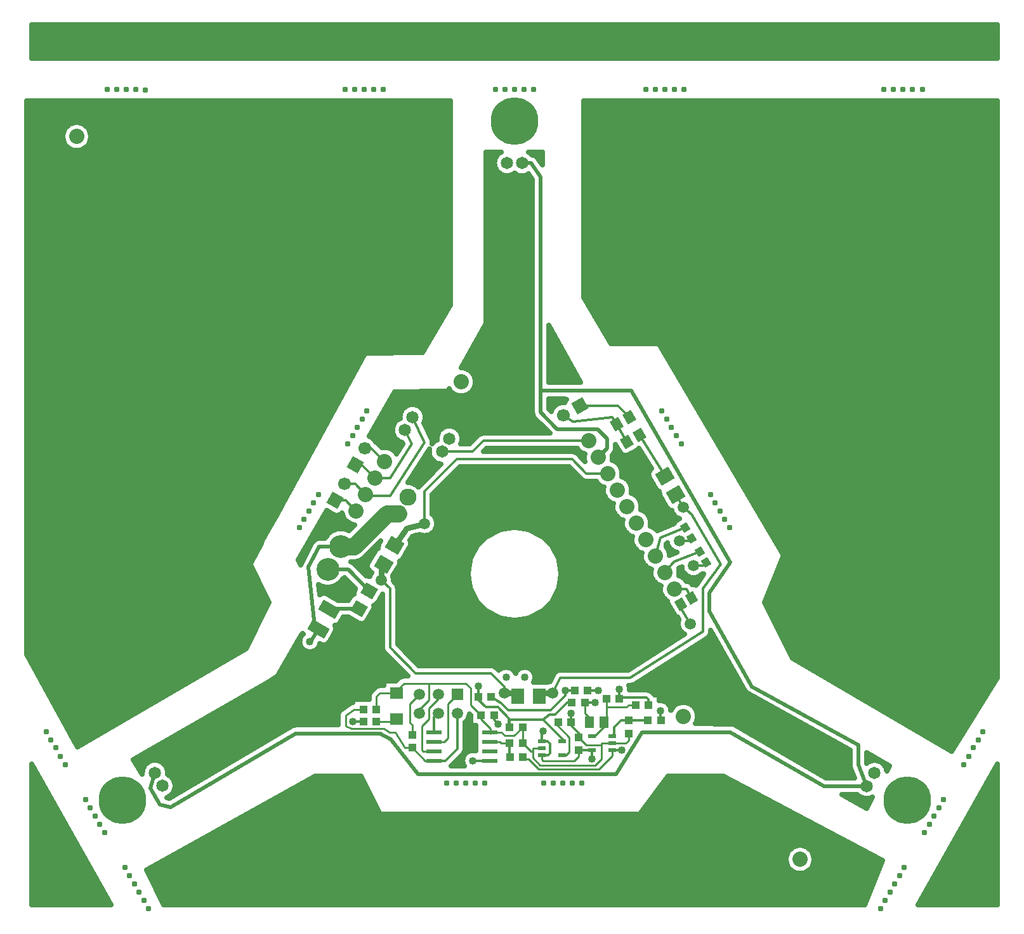
<source format=gbr>
G04 DipTrace 3.0.0.2*
G04 Top.gbr*
%MOIN*%
G04 #@! TF.FileFunction,Copper,L1,Top*
G04 #@! TF.Part,Single*
%AMOUTLINE0*
4,1,4,
-0.05214,-0.010311,
-0.01714,0.050311,
0.05214,0.010311,
0.01714,-0.050311,
-0.05214,-0.010311,
0*%
%AMOUTLINE3*
4,1,4,
-0.059088,0.000018,
-0.02956,0.051163,
0.059088,-0.000018,
0.02956,-0.051163,
-0.059088,0.000018,
0*%
%AMOUTLINE6*
4,1,4,
0.01714,0.050311,
0.05214,-0.010311,
-0.01714,-0.050311,
-0.05214,0.010311,
0.01714,0.050311,
0*%
%AMOUTLINE9*5,1,4,0,0,0.094653,-164.999604*%
%AMOUTLINE12*5,1,4,0,0,0.094653,-195.000396*%
%AMOUTLINE15*
4,1,4,
-0.014938,0.044993,
0.046434,0.00956,
0.014938,-0.044993,
-0.046434,-0.00956,
-0.014938,0.044993,
0*%
%AMOUTLINE18*
4,1,4,
0.007398,0.038367,
0.036925,-0.012777,
-0.007398,-0.038367,
-0.036925,0.012777,
0.007398,0.038367,
0*%
%AMOUTLINE21*
4,1,4,
-0.006185,-0.03653,
-0.034728,0.012908,
0.006185,0.03653,
0.034728,-0.012908,
-0.006185,-0.03653,
0*%
%AMOUTLINE24*
4,1,4,
-0.027874,0.008909,
0.00622,0.028594,
0.027874,-0.008909,
-0.00622,-0.028594,
-0.027874,0.008909,
0*%
G04 #@! TA.AperFunction,Conductor*
%ADD10C,0.01*%
%ADD13C,0.012992*%
%ADD15C,0.02*%
G04 #@! TA.AperFunction,ComponentPad*
%ADD16C,0.09*%
G04 #@! TA.AperFunction,Conductor*
%ADD17C,0.03*%
G04 #@! TA.AperFunction,CopperBalancing*
%ADD19C,0.025*%
G04 #@! TA.AperFunction,ComponentPad*
%ADD21C,0.12*%
%ADD24R,0.043307X0.03937*%
%ADD25R,0.03937X0.043307*%
%ADD26R,0.051181X0.059055*%
G04 #@! TA.AperFunction,ComponentPad*
%ADD27R,0.07X0.08*%
%ADD28C,0.066929*%
%ADD29R,0.059055X0.059055*%
%ADD30C,0.059055*%
%ADD31C,0.065*%
%ADD33R,0.043307X0.023622*%
%ADD34R,0.068898X0.059055*%
%ADD35R,0.07874X0.023622*%
G04 #@! TA.AperFunction,ComponentPad*
%ADD36C,0.08*%
%ADD37C,0.25*%
%ADD38C,0.031*%
G04 #@! TA.AperFunction,ViaPad*
%ADD39C,0.04*%
%ADD41C,0.059*%
G04 #@! TA.AperFunction,ComponentPad*
%ADD96OUTLINE0*%
%ADD99OUTLINE3*%
G04 #@! TA.AperFunction,ComponentPad*
%ADD102OUTLINE6*%
%ADD105OUTLINE9*%
%ADD108OUTLINE12*%
%ADD111OUTLINE15*%
%ADD114OUTLINE18*%
%ADD117OUTLINE21*%
%ADD120OUTLINE24*%
%FSLAX26Y26*%
G04*
G70*
G90*
G75*
G01*
G04 Top*
%LPD*%
X2581110Y1211822D2*
D10*
X2534950D1*
X2466199Y1280572D1*
X3409846Y1265673D2*
D13*
X3341165D1*
X3341164Y1265672D1*
X3147450Y1314323D2*
X3177449D1*
X3191199Y1300572D1*
Y1251572D1*
X3179147Y1239520D1*
X3147450D1*
D10*
Y1218071D1*
X3155449Y1210072D1*
X3316699D1*
X3341164Y1234537D1*
Y1265672D1*
X3147450Y1314323D2*
D13*
Y1368072D1*
X3154699D1*
X2211770Y1480572D2*
D10*
X2159950D1*
X2116199Y1449322D1*
Y1393072D1*
X2148324Y1380572D1*
X2316199D1*
X2348699Y1361072D1*
X2376699D1*
X2427007Y1280572D1*
X2466199D1*
X2703699Y1461823D2*
D13*
Y1274387D1*
X2641238Y1211925D1*
X2581214D1*
X2581110Y1211822D1*
X3409846Y1265673D2*
Y1222219D1*
X3409699Y1222072D1*
X3876888Y2034621D2*
X3868699Y2029072D1*
X3927699Y1932072D1*
X2392699Y2509072D2*
D16*
X2332303D1*
X2160047Y2336816D1*
X2091301D1*
D15*
X1978597D1*
X1921971Y2229849D1*
X1957835Y1886028D1*
X1972558Y1905602D1*
X1928812Y1836860D2*
X1926332Y1829631D1*
X1970077Y1898374D1*
X1972558Y1905602D1*
X3347699Y3078071D2*
D13*
X3545885D1*
X3605982Y3017974D1*
X2872449Y1311822D2*
D10*
X2928699D1*
X2934949Y1305572D1*
X2978699D1*
D13*
Y1232392D1*
X2980520Y1230572D1*
X3253749Y1239520D2*
D10*
X3275018D1*
X3291169Y1255671D1*
Y1335602D1*
X3222427Y1404345D1*
Y1405549D1*
X3232450Y1415572D1*
X3603699Y1355572D2*
Y1318072D1*
X3588702Y1303075D1*
X3516146D1*
X3459902D1*
Y1293075D1*
X3380690D1*
X3341164Y1332601D1*
X3339171D1*
X3328699Y1343072D1*
X3353699D1*
X3293699Y1403072D1*
Y1409892D1*
X3299379Y1415572D1*
X3045629Y1305572D2*
Y1386823D1*
X3147450Y1276921D2*
X3099861D1*
Y1261921D1*
X3089280D1*
X3045629Y1305572D1*
X2872449Y1361822D2*
X2934950D1*
X2953699Y1343072D1*
X3001878D1*
X3045629Y1386823D1*
X2828699Y1449322D2*
Y1430572D1*
X2878699Y1380572D1*
Y1355571D1*
X2872449Y1361822D1*
X2278699Y1480572D2*
Y1549323D1*
X2297744Y1568367D1*
X2384950D1*
Y1580573D1*
X2422449Y1618072D1*
X2553699D1*
Y1530572D1*
X2503699Y1480572D1*
Y1461823D1*
X2553699Y1618072D2*
X2747449D1*
X2772449Y1593072D1*
Y1505572D1*
X2828699Y1449322D1*
X3099861Y1261921D2*
Y1225911D1*
X3137699Y1188072D1*
X3425699D1*
X3459902Y1222274D1*
Y1293075D1*
X3387699Y1582072D2*
D13*
X3442699D1*
X3301169Y1461899D2*
Y1417362D1*
X3299379Y1415572D1*
X2622437Y2836631D2*
X2784759D1*
X2841199Y2893072D1*
X3393698D1*
X3394699Y2894073D1*
X2531699Y2458072D2*
D17*
X2438699Y2435072D1*
X2372449Y2343072D1*
X2531699Y2458072D2*
D13*
Y2627072D1*
X2700699Y2796072D1*
X3306699D1*
X3381904Y2720867D1*
X3494699D1*
X3043518Y4352857D2*
D15*
X3090507D1*
X3141199Y4280795D1*
Y3156091D1*
Y3043072D1*
X3228699Y2955572D1*
X3441199D1*
X3491199Y2905572D1*
Y2853971D1*
X3444699Y2807470D1*
X1114394Y1147474D2*
X1091199Y1068072D1*
X1141199Y980572D1*
X1197450Y968072D1*
X1853699Y1355572D1*
X2296461D1*
X2353224Y1323209D1*
X2495951Y1141022D1*
X3537440D1*
X3673911Y1362249D1*
X4138066D1*
X4629818Y1078734D1*
X4855261D1*
X4809699Y1191072D1*
Y1293072D1*
X4251699Y1602072D1*
X4026699Y1998072D1*
Y2094072D1*
X4137699Y2253072D1*
X3615689Y3156091D1*
X3141199D1*
X2022400Y2217478D2*
X2129383D1*
X2241280Y2105581D1*
X2186161Y2010114D2*
X2033839D1*
X2031613Y2007888D1*
X2895629Y1449322D2*
D13*
Y1426143D1*
X2916199Y1405572D1*
X3372411Y1518143D2*
X3428655D1*
X3397450Y1415572D2*
D10*
Y1436860D1*
X3372411Y1461899D1*
Y1518143D1*
X2581110Y1311822D2*
X2634895D1*
X2653699Y1330626D1*
Y1511823D1*
X2703699Y1561823D1*
X2153789Y1418154D2*
D13*
X2211689D1*
X2211770Y1418072D1*
X3869949Y2368322D2*
X3923877D1*
X3934664Y2379109D1*
X2581110Y1361822D2*
Y1439234D1*
X2603699Y1461823D1*
X2278699Y1418072D2*
D10*
X2372450D1*
X2384950Y1430572D1*
X3844699Y2114650D2*
D13*
X3905962D1*
X3934852Y2068085D1*
X3794699Y2201253D2*
X3841699Y2258072D1*
X3976199Y2312072D1*
X3744699Y2287856D2*
X3769699Y2384072D1*
X3901199Y2437072D1*
X2303699Y2161823D2*
D17*
Y2232962D1*
X2315949Y2245211D1*
X2952143Y1566516D2*
X3003644D1*
X3020644Y1549516D1*
X2952143Y1566516D2*
D13*
Y1599629D1*
X2880699Y1671072D1*
X2484699D1*
X2349699Y1806072D1*
Y2115823D1*
X2303699Y2161823D1*
X3204505Y1567266D2*
D17*
X3151395D1*
X3133644Y1549516D1*
X3850726Y2610566D2*
D13*
X3891199Y2543072D1*
X3933699Y2508072D1*
X4086699Y2244072D1*
X3993699Y2118072D1*
Y1889003D1*
X3611085Y1646903D1*
X3243699D1*
X3204505Y1567266D1*
X3595168Y2886920D2*
X3541199Y2980572D1*
X3261096Y3028071D2*
X3309917Y2992988D1*
X3516146Y3017986D1*
X3541199Y2980572D1*
X3659950Y2924322D2*
X3792699Y2711072D1*
X3794226Y2708427D1*
X3269699Y1582072D2*
X3320770D1*
X3771699Y1473072D2*
Y1425071D1*
X3772449Y1424322D1*
X3269699Y1582072D2*
Y1554728D1*
X3192499Y1477528D1*
X2971917D1*
X2934350Y1515094D1*
X2880711Y1547049D1*
X2466199Y1347501D2*
D10*
Y1399323D1*
X2453699Y1411823D1*
Y1511823D1*
X2503699Y1561823D1*
X2872449Y1211822D2*
D13*
X2785076D1*
X2784972Y1211925D1*
X2603699Y1561823D2*
D10*
Y1536822D1*
X2553699Y1486822D1*
Y1430572D1*
X2516199Y1393072D1*
Y1268072D1*
X2522450Y1261822D1*
X2581110D1*
X3944950Y2237072D2*
D13*
X3992627D1*
X4009664Y2254109D1*
X2059950Y2580571D2*
X2115699D1*
X2171199Y2525071D1*
X2109950Y2667175D2*
X2165791D1*
X2221416Y2611549D1*
X2468058Y3017323D2*
X2531699Y2883072D1*
X2349560Y2605572D1*
X2227392D1*
X2221416Y2611549D1*
X2166287Y2768012D2*
X2201555D1*
X2271416Y2698151D1*
X2350387D1*
X2463699Y2876072D1*
X2428688Y2949131D1*
X2216287Y2854615D2*
X2251555D1*
X2321416Y2784753D1*
X2813299Y1603281D2*
Y1547531D1*
X2813782Y1547049D1*
Y1531654D1*
X2852693Y1492743D1*
X2915727D1*
X2975139Y1433331D1*
Y1390383D1*
X2978699Y1386823D1*
Y1426718D1*
X3154190D1*
X3266585Y1314323D1*
X3253749D1*
X3305482Y1518143D2*
X3280429D1*
X3216009Y1453723D1*
X3187125D1*
X3154190Y1426718D1*
X3603699Y1422501D2*
X3703699D1*
X3705520Y1424322D1*
X3603699Y1422501D2*
X3564239D1*
X3528644Y1386907D1*
Y1352975D1*
X3516146Y1340476D1*
X3486770Y1536822D2*
D10*
Y1495450D1*
Y1430089D1*
X3472253Y1415572D1*
D13*
Y1386626D1*
X3426104Y1340476D1*
X3409846D1*
X3641199Y1505572D2*
D10*
X3603564D1*
X3591138Y1493146D1*
X3489075D1*
X3486770Y1495450D1*
X3047449Y1230572D2*
Y1222072D1*
X3075699D1*
X3129699Y1168072D1*
X3445699D1*
X3516146Y1238518D1*
Y1265673D1*
X3708129Y1505572D2*
D13*
Y1532394D1*
X3697450Y1543072D1*
X3559950D1*
X3553699Y1536822D1*
X3516146Y1265673D2*
X3567699D1*
Y1266072D1*
X3553642Y1586886D2*
X3553699Y1586828D1*
Y1536822D1*
D39*
X3771699Y1473072D3*
X3057411Y1649322D3*
X2960474D3*
X3154699Y1368072D3*
X3428655Y1518143D3*
X2916199Y1405572D3*
X2784972Y1211925D3*
X2153789Y1418154D3*
X3567699Y1266072D3*
X3553642Y1586886D3*
X3301169Y1461899D3*
X3442699Y1582072D3*
D41*
X3204505Y1567266D3*
X2952143Y1566516D3*
X2531699Y2458072D3*
D39*
X1928812Y1836860D3*
X3409699Y1222072D3*
D41*
X3927699Y1932072D3*
X2303699Y2161823D3*
X3891199Y2543072D3*
X3869949Y2368322D3*
X3944950Y2237072D3*
D39*
X3269699Y1582072D3*
X2813299Y1603281D3*
X443699Y4655703D2*
D19*
X2663724D1*
X443699Y4630835D2*
X2663724D1*
X443699Y4605966D2*
X2663724D1*
X443699Y4581097D2*
X2663724D1*
X443699Y4556228D2*
X663626D1*
X743773D2*
X2663724D1*
X443699Y4531360D2*
X638480D1*
X768919D2*
X2663724D1*
X443699Y4506491D2*
X628958D1*
X778441D2*
X2663724D1*
X443699Y4481622D2*
X628617D1*
X778782D2*
X2663724D1*
X443699Y4456753D2*
X637308D1*
X770091D2*
X2663724D1*
X443699Y4431885D2*
X660501D1*
X746898D2*
X2663724D1*
X443699Y4407016D2*
X2663724D1*
X443699Y4382147D2*
X2663724D1*
X443699Y4357278D2*
X2663724D1*
X443699Y4332409D2*
X2663724D1*
X443699Y4307541D2*
X2663724D1*
X443699Y4282672D2*
X2663724D1*
X443699Y4257803D2*
X2663724D1*
X443699Y4232934D2*
X2663724D1*
X443699Y4208066D2*
X2663724D1*
X443699Y4183197D2*
X2663724D1*
X443699Y4158328D2*
X2663724D1*
X443699Y4133459D2*
X2663724D1*
X443699Y4108591D2*
X2663724D1*
X443699Y4083722D2*
X2663724D1*
X443699Y4058853D2*
X2663724D1*
X443699Y4033984D2*
X2663724D1*
X443699Y4009115D2*
X2663724D1*
X443699Y3984247D2*
X2663724D1*
X443699Y3959378D2*
X2663724D1*
X443699Y3934509D2*
X2663724D1*
X443699Y3909640D2*
X2663724D1*
X443699Y3884772D2*
X2663724D1*
X443699Y3859903D2*
X2663724D1*
X443699Y3835034D2*
X2663724D1*
X443699Y3810165D2*
X2663724D1*
X443699Y3785297D2*
X2663724D1*
X443699Y3760428D2*
X2663724D1*
X443699Y3735559D2*
X2663724D1*
X443699Y3710690D2*
X2663724D1*
X443699Y3685822D2*
X2663724D1*
X443699Y3660953D2*
X2663724D1*
X443699Y3636084D2*
X2663724D1*
X443699Y3611215D2*
X2663724D1*
X443699Y3586346D2*
X2651224D1*
X443699Y3561478D2*
X2636869D1*
X443699Y3536609D2*
X2622513D1*
X443699Y3511740D2*
X2608157D1*
X443699Y3486871D2*
X2593802D1*
X443699Y3462003D2*
X2579446D1*
X443699Y3437134D2*
X2565091D1*
X443699Y3412265D2*
X2550736D1*
X443699Y3387396D2*
X2536381D1*
X443699Y3362528D2*
X2522025D1*
X443699Y3337659D2*
X2208988D1*
X443699Y3312790D2*
X2195462D1*
X443699Y3287921D2*
X2181888D1*
X443699Y3263052D2*
X2168314D1*
X443699Y3238184D2*
X2154740D1*
X443699Y3213315D2*
X2141165D1*
X443699Y3188446D2*
X2127640D1*
X443699Y3163577D2*
X2114066D1*
X443699Y3138709D2*
X2100491D1*
X443699Y3113840D2*
X2086917D1*
X443699Y3088971D2*
X2073343D1*
X443699Y3064102D2*
X2059818D1*
X443699Y3039234D2*
X2046243D1*
X443699Y3014365D2*
X2032669D1*
X443699Y2989496D2*
X2019094D1*
X443699Y2964627D2*
X2005521D1*
X443699Y2939759D2*
X1991995D1*
X443699Y2914890D2*
X1978421D1*
X443699Y2890021D2*
X1964846D1*
X443699Y2865152D2*
X1951273D1*
X443699Y2840283D2*
X1937698D1*
X443699Y2815415D2*
X1924125D1*
X443699Y2790546D2*
X1910598D1*
X443699Y2765677D2*
X1897025D1*
X443699Y2740808D2*
X1883450D1*
X443699Y2715940D2*
X1869877D1*
X443699Y2691071D2*
X1856302D1*
X443699Y2666202D2*
X1842777D1*
X443699Y2641333D2*
X1829202D1*
X443699Y2616465D2*
X1815629D1*
X443699Y2591596D2*
X1802054D1*
X443699Y2566727D2*
X1788480D1*
X443699Y2541858D2*
X1774954D1*
X443699Y2516990D2*
X1761381D1*
X443699Y2492121D2*
X1747513D1*
X443699Y2467252D2*
X1732377D1*
X443699Y2442383D2*
X1718021D1*
X443699Y2417514D2*
X1703665D1*
X443699Y2392646D2*
X1689310D1*
X443699Y2367777D2*
X1676810D1*
X443699Y2342908D2*
X1666409D1*
X443699Y2318039D2*
X1652835D1*
X443699Y2293171D2*
X1639310D1*
X443699Y2268302D2*
X1625736D1*
X443699Y2243433D2*
X1612161D1*
X443699Y2218564D2*
X1624466D1*
X443699Y2193696D2*
X1636917D1*
X443699Y2168827D2*
X1649369D1*
X443699Y2143958D2*
X1661770D1*
X443699Y2119089D2*
X1674222D1*
X443699Y2094220D2*
X1686673D1*
X443699Y2069352D2*
X1699075D1*
X443699Y2044483D2*
X1711526D1*
X443699Y2019614D2*
X1700491D1*
X443699Y1994745D2*
X1688041D1*
X443699Y1969877D2*
X1675638D1*
X443699Y1945008D2*
X1663186D1*
X443699Y1920139D2*
X1650736D1*
X443699Y1895270D2*
X1638333D1*
X443699Y1870402D2*
X1625882D1*
X443699Y1845533D2*
X1613430D1*
X443699Y1820664D2*
X1601029D1*
X443699Y1795795D2*
X1581058D1*
X443919Y1770927D2*
X1538430D1*
X457591Y1746058D2*
X1495804D1*
X471262Y1721189D2*
X1453177D1*
X484934Y1696320D2*
X1410550D1*
X498606Y1671451D2*
X1367923D1*
X512278Y1646583D2*
X1325247D1*
X525950Y1621714D2*
X1282621D1*
X539622Y1596845D2*
X1239993D1*
X553294Y1571976D2*
X1197366D1*
X567014Y1547108D2*
X1154740D1*
X580686Y1522239D2*
X1112113D1*
X594358Y1497370D2*
X1069486D1*
X608030Y1472501D2*
X1026858D1*
X621702Y1447633D2*
X984232D1*
X635374Y1422764D2*
X941556D1*
X649046Y1397895D2*
X898929D1*
X662718Y1373026D2*
X856302D1*
X676438Y1348157D2*
X813675D1*
X690110Y1323289D2*
X771049D1*
X703782Y1298420D2*
X728421D1*
X776972Y4487306D2*
X775169Y4475913D1*
X771605Y4464945D1*
X766369Y4454668D1*
X759589Y4445337D1*
X751434Y4437182D1*
X742104Y4430403D1*
X731827Y4425167D1*
X720858Y4421602D1*
X709466Y4419799D1*
X697933D1*
X686541Y4421602D1*
X675572Y4425167D1*
X665295Y4430403D1*
X655965Y4437182D1*
X647810Y4445337D1*
X641030Y4454668D1*
X635794Y4464945D1*
X632230Y4475913D1*
X630427Y4487306D1*
Y4498839D1*
X632230Y4510231D1*
X635794Y4521199D1*
X641030Y4531476D1*
X647810Y4540807D1*
X655965Y4548962D1*
X665295Y4555741D1*
X675572Y4560978D1*
X686541Y4564542D1*
X697933Y4566345D1*
X709466D1*
X720858Y4564542D1*
X731827Y4560978D1*
X742104Y4555741D1*
X751434Y4548962D1*
X759589Y4540807D1*
X766369Y4531476D1*
X771605Y4521199D1*
X775169Y4510231D1*
X776972Y4498839D1*
Y4487306D1*
X1697799Y2403072D2*
X1745407Y2485350D1*
X1750308Y2492518D1*
X1785324Y2556322D1*
X2218797Y3350701D1*
X2221639Y3353387D1*
X2225172Y3355064D1*
X2229169Y3355559D1*
X2361659Y3355572D1*
X2375331Y3357218D1*
X2395584Y3358062D1*
X2521962D1*
X2666198Y3607949D1*
X2666199Y4680572D1*
X441199D1*
Y1771245D1*
X708496Y1285289D1*
X1594215Y1802010D1*
X1714739Y2043101D1*
X1616782Y2239299D1*
X1616199Y2243167D1*
X1616841Y2247025D1*
X1623711Y2260031D1*
X1671293Y2347264D1*
X1673538Y2353911D1*
X1682154Y2374286D1*
X1691550Y2392247D1*
X1697799Y2403072D1*
X3368699Y4655703D2*
X5538724D1*
X3368699Y4630835D2*
X5538724D1*
X3368699Y4605966D2*
X5538724D1*
X3368699Y4581097D2*
X5538724D1*
X3368699Y4556228D2*
X5538724D1*
X3368699Y4531360D2*
X5538724D1*
X3368699Y4506491D2*
X5538724D1*
X3368699Y4481622D2*
X5538724D1*
X3368699Y4456753D2*
X5538724D1*
X3368699Y4431885D2*
X5538724D1*
X3368699Y4407016D2*
X5538724D1*
X3368699Y4382147D2*
X5538724D1*
X3368699Y4357278D2*
X5538724D1*
X3368699Y4332409D2*
X5538724D1*
X3368699Y4307541D2*
X5538724D1*
X3368699Y4282672D2*
X5538724D1*
X3368699Y4257803D2*
X5538724D1*
X3368699Y4232934D2*
X5538724D1*
X3368699Y4208066D2*
X5538724D1*
X3368699Y4183197D2*
X5538724D1*
X3368699Y4158328D2*
X5538724D1*
X3368699Y4133459D2*
X5538724D1*
X3368699Y4108591D2*
X5538724D1*
X3368699Y4083722D2*
X5538724D1*
X3368699Y4058853D2*
X5538724D1*
X3368699Y4033984D2*
X5538724D1*
X3368699Y4009115D2*
X5538724D1*
X3368699Y3984247D2*
X5538724D1*
X3368699Y3959378D2*
X5538724D1*
X3368699Y3934509D2*
X5538724D1*
X3368699Y3909640D2*
X5538724D1*
X3368699Y3884772D2*
X5538724D1*
X3368699Y3859903D2*
X5538724D1*
X3368699Y3835034D2*
X5538724D1*
X3368699Y3810165D2*
X5538724D1*
X3368699Y3785297D2*
X5538724D1*
X3368699Y3760428D2*
X5538724D1*
X3368699Y3735559D2*
X5538724D1*
X3368699Y3710690D2*
X5538724D1*
X3368699Y3685822D2*
X5538724D1*
X3368699Y3660953D2*
X5538724D1*
X3374974Y3636084D2*
X5538724D1*
X3389915Y3611215D2*
X5538724D1*
X3404808Y3586346D2*
X5538724D1*
X3419749Y3561478D2*
X5538724D1*
X3434642Y3536609D2*
X5538724D1*
X3449583Y3511740D2*
X5538724D1*
X3464476Y3486871D2*
X5538724D1*
X3479417Y3462003D2*
X5538724D1*
X3494358Y3437134D2*
X5538724D1*
X3509251Y3412265D2*
X5538724D1*
X3774094Y3387396D2*
X5538724D1*
X3788743Y3362528D2*
X5538724D1*
X3803441Y3337659D2*
X5538724D1*
X3818138Y3312790D2*
X5538724D1*
X3832835Y3287921D2*
X5538724D1*
X3847533Y3263052D2*
X5538724D1*
X3862230Y3238184D2*
X5538724D1*
X3876927Y3213315D2*
X5538724D1*
X3891625Y3188446D2*
X5538724D1*
X3906322Y3163577D2*
X5538724D1*
X3921018Y3138709D2*
X5538724D1*
X3935717Y3113840D2*
X5538724D1*
X3950413Y3088971D2*
X5538724D1*
X3965110Y3064102D2*
X5538724D1*
X3979808Y3039234D2*
X5538724D1*
X3994505Y3014365D2*
X5538724D1*
X4009202Y2989496D2*
X5538724D1*
X4023900Y2964627D2*
X5538724D1*
X4038597Y2939759D2*
X5538724D1*
X4053294Y2914890D2*
X5538724D1*
X4067991Y2890021D2*
X5538724D1*
X4082689Y2865152D2*
X5538724D1*
X4097386Y2840283D2*
X5538724D1*
X4112083Y2815415D2*
X5538724D1*
X4126781Y2790546D2*
X5538724D1*
X4141429Y2765677D2*
X5538724D1*
X4156126Y2740808D2*
X5538724D1*
X4170824Y2715940D2*
X5538724D1*
X4185521Y2691071D2*
X5538724D1*
X4200218Y2666202D2*
X5538724D1*
X4214915Y2641333D2*
X5538724D1*
X4229613Y2616465D2*
X5538724D1*
X4244310Y2591596D2*
X5538724D1*
X4259007Y2566727D2*
X5538724D1*
X4273705Y2541858D2*
X5538724D1*
X4288402Y2516990D2*
X5538724D1*
X4303098Y2492121D2*
X5538724D1*
X4317797Y2467252D2*
X5538724D1*
X4332493Y2442383D2*
X5538724D1*
X4347190Y2417514D2*
X5538724D1*
X4361888Y2392646D2*
X5538724D1*
X4376585Y2367777D2*
X5538724D1*
X4391282Y2342908D2*
X5538724D1*
X4405980Y2318039D2*
X5538724D1*
X4419701Y2293171D2*
X5538724D1*
X4409740Y2268302D2*
X5538724D1*
X4399827Y2243433D2*
X5538724D1*
X4389866Y2218564D2*
X5538724D1*
X4379906Y2193696D2*
X5538724D1*
X4369945Y2168827D2*
X5538724D1*
X4360033Y2143958D2*
X5538724D1*
X4350072Y2119089D2*
X5538724D1*
X4340110Y2094220D2*
X5538724D1*
X4330198Y2069352D2*
X5538724D1*
X4320238Y2044483D2*
X5538724D1*
X4331908Y2019614D2*
X5538724D1*
X4344358Y1994745D2*
X5538724D1*
X4356761Y1969877D2*
X5538724D1*
X4369213Y1945008D2*
X5538724D1*
X4381663Y1920139D2*
X5538724D1*
X4394066Y1895270D2*
X5538724D1*
X4406517Y1870402D2*
X5538724D1*
X4418969Y1845533D2*
X5538724D1*
X4431370Y1820664D2*
X5538724D1*
X4443822Y1795795D2*
X5538724D1*
X4456224Y1770927D2*
X5538724D1*
X4475755Y1746058D2*
X5538724D1*
X4518041Y1721189D2*
X5538724D1*
X4560325Y1696320D2*
X5538724D1*
X4602610Y1671451D2*
X5538724D1*
X4644896Y1646583D2*
X5538675D1*
X4687181Y1621714D2*
X5523098D1*
X4729417Y1596845D2*
X5507572D1*
X4771702Y1571976D2*
X5492045D1*
X4813988Y1547108D2*
X5476469D1*
X4856273Y1522239D2*
X5460941D1*
X4898558Y1497370D2*
X5445413D1*
X4940843Y1472501D2*
X5429837D1*
X4983079Y1447633D2*
X5414310D1*
X5025365Y1422764D2*
X5398782D1*
X5067650Y1397895D2*
X5383206D1*
X5109934Y1373026D2*
X5367678D1*
X5152220Y1348157D2*
X5352152D1*
X5194505Y1323289D2*
X5336575D1*
X5236741Y1298420D2*
X5321049D1*
X5279026Y1273551D2*
X5305521D1*
X5528699Y4680572D2*
X3366199D1*
Y3646539D1*
X3510803Y3405529D1*
X3755655Y3405419D1*
X3759374Y3404210D1*
X3762538Y3401911D1*
X3764461Y3399432D1*
X4415323Y2297669D1*
X4416175Y2293853D1*
X4415806Y2289959D1*
X4396736Y2242007D1*
X4317374Y2043601D1*
X4463224Y1751972D1*
X5299539Y1260021D1*
X5541214Y1646681D1*
X5541199Y4680572D1*
X5528699D1*
X1914671Y1105703D2*
X2205911D1*
X3793822D2*
X4145072D1*
X1869896Y1080835D2*
X2218362D1*
X3775169D2*
X4192045D1*
X1825169Y1055966D2*
X2230765D1*
X3756517D2*
X4239017D1*
X1780394Y1031097D2*
X2243217D1*
X3737865D2*
X4285990D1*
X1735618Y1006228D2*
X2255667D1*
X3719213D2*
X4332962D1*
X1690843Y981360D2*
X2268070D1*
X3700560D2*
X4379934D1*
X1646117Y956491D2*
X2280521D1*
X3681908D2*
X4426908D1*
X1601341Y931622D2*
X2292972D1*
X3663255D2*
X4473881D1*
X1556566Y906753D2*
X4520853D1*
X1511790Y881885D2*
X4567825D1*
X1467014Y857016D2*
X4614798D1*
X1422289Y832147D2*
X4661770D1*
X1377513Y807278D2*
X4708743D1*
X1332738Y782409D2*
X4755717D1*
X1287962Y757541D2*
X4465921D1*
X4541478D2*
X4802689D1*
X1243236Y732672D2*
X4439261D1*
X4568138D2*
X4849661D1*
X1198461Y707803D2*
X4429202D1*
X4578197D2*
X4896682D1*
X1153685Y682934D2*
X4428421D1*
X4578978D2*
X4933694D1*
X1108909Y658066D2*
X4436575D1*
X4570824D2*
X4923734D1*
X1075121Y633197D2*
X4458549D1*
X4548850D2*
X4913773D1*
X1087522Y608328D2*
X4903861D1*
X1099974Y583459D2*
X4893900D1*
X1112425Y558591D2*
X4883938D1*
X1124827Y533722D2*
X4873978D1*
X1137278Y508853D2*
X4864066D1*
X1149730Y483984D2*
X4854105D1*
X1162133Y459115D2*
X4844144D1*
X4576972Y687306D2*
X4575169Y675913D1*
X4571605Y664945D1*
X4566369Y654668D1*
X4559589Y645337D1*
X4551434Y637182D1*
X4542104Y630403D1*
X4531827Y625167D1*
X4520858Y621602D1*
X4509466Y619799D1*
X4497933D1*
X4486541Y621602D1*
X4475572Y625167D1*
X4465295Y630403D1*
X4455965Y637182D1*
X4447810Y645337D1*
X4441030Y654668D1*
X4435794Y664945D1*
X4432230Y675913D1*
X4430427Y687306D1*
Y698839D1*
X4432230Y710231D1*
X4435794Y721199D1*
X4441030Y731476D1*
X4447810Y740807D1*
X4455965Y748962D1*
X4465295Y755741D1*
X4475572Y760978D1*
X4486541Y764542D1*
X4497933Y766345D1*
X4509466D1*
X4520858Y764542D1*
X4531827Y760978D1*
X4542104Y755741D1*
X4551434Y748962D1*
X4559589Y740807D1*
X4566369Y731476D1*
X4571605Y721199D1*
X4575169Y710231D1*
X4576972Y698839D1*
Y687306D1*
X1070230Y637962D2*
X1161446Y455531D1*
X4845252Y455572D1*
X4937933Y687314D1*
X4100573Y1130584D1*
X3809900Y1130572D1*
X3662403Y934100D1*
X3659205Y931849D1*
X3655467Y930698D1*
X3616199Y930572D1*
X2301744Y930726D1*
X2298025Y931934D1*
X2294861Y934234D1*
X2292394Y937762D1*
X2195953Y1130613D1*
X1956873Y1130572D1*
X1070203Y637942D1*
X468699Y1155966D2*
X485843D1*
X468699Y1131097D2*
X499857D1*
X468699Y1106228D2*
X513822D1*
X468699Y1081360D2*
X527835D1*
X468699Y1056491D2*
X541801D1*
X468699Y1031622D2*
X555814D1*
X468699Y1006753D2*
X569778D1*
X468699Y981885D2*
X583793D1*
X468699Y957016D2*
X597757D1*
X468699Y932147D2*
X611770D1*
X468699Y907278D2*
X625736D1*
X468699Y882409D2*
X639749D1*
X468699Y857541D2*
X653714D1*
X468699Y832672D2*
X667728D1*
X468699Y807803D2*
X681693D1*
X468699Y782934D2*
X695706D1*
X468699Y758066D2*
X709671D1*
X468699Y733197D2*
X723685D1*
X468699Y708328D2*
X737650D1*
X468699Y683459D2*
X751663D1*
X468699Y658591D2*
X765629D1*
X468699Y633722D2*
X779593D1*
X468699Y608853D2*
X793606D1*
X468699Y583984D2*
X807572D1*
X468699Y559115D2*
X821585D1*
X468699Y534247D2*
X835550D1*
X468699Y509378D2*
X849564D1*
X468699Y484509D2*
X863529D1*
X468699Y459640D2*
X877542D1*
X466199Y1195367D2*
Y455572D1*
X882362D1*
X466196Y1195360D1*
X5521556Y1155966D2*
X5538724D1*
X5507542Y1131097D2*
X5538724D1*
X5493577Y1106228D2*
X5538724D1*
X5479564Y1081360D2*
X5538724D1*
X5465598Y1056491D2*
X5538724D1*
X5451585Y1031622D2*
X5538724D1*
X5437621Y1006753D2*
X5538724D1*
X5423606Y981885D2*
X5538724D1*
X5409642Y957016D2*
X5538724D1*
X5395629Y932147D2*
X5538724D1*
X5381663Y907278D2*
X5538724D1*
X5367650Y882409D2*
X5538724D1*
X5353685Y857541D2*
X5538724D1*
X5339671Y832672D2*
X5538724D1*
X5325706Y807803D2*
X5538724D1*
X5311693Y782934D2*
X5538724D1*
X5297728Y758066D2*
X5538724D1*
X5283714Y733197D2*
X5538724D1*
X5269749Y708328D2*
X5538724D1*
X5255736Y683459D2*
X5538724D1*
X5241770Y658591D2*
X5538724D1*
X5227806Y633722D2*
X5538724D1*
X5213793Y608853D2*
X5538724D1*
X5199827Y583984D2*
X5538724D1*
X5185814Y559115D2*
X5538724D1*
X5171849Y534247D2*
X5538724D1*
X5157835Y509378D2*
X5538724D1*
X5143870Y484509D2*
X5538724D1*
X5129857Y459640D2*
X5538724D1*
X5541199Y468072D2*
Y1195367D1*
X5125059Y455547D1*
X5541199Y455572D1*
Y468072D1*
X468699Y5055703D2*
X5538724D1*
X468699Y5030835D2*
X5538724D1*
X468699Y5005966D2*
X5538724D1*
X468699Y4981097D2*
X5538724D1*
X468699Y4956228D2*
X5538724D1*
X468699Y4931360D2*
X5538724D1*
X468699Y4906491D2*
X5538724D1*
X466199Y5068072D2*
Y4905572D1*
X5541199D1*
Y5080572D1*
X466199D1*
Y5068072D1*
X2855794Y4385907D2*
X2905139D1*
X3121272D2*
X3147230D1*
X2855794Y4361038D2*
X2896790D1*
X2855794Y4336169D2*
X2898400D1*
X2855794Y4311301D2*
X2910999D1*
X2855794Y4286432D2*
X3081555D1*
X2855794Y4261563D2*
X3095227D1*
X2855794Y4236694D2*
X3095227D1*
X2855794Y4211825D2*
X3095227D1*
X2855794Y4186957D2*
X3095227D1*
X2855794Y4162088D2*
X3095227D1*
X2855794Y4137219D2*
X3095227D1*
X2855794Y4112350D2*
X3095227D1*
X2855794Y4087482D2*
X3095227D1*
X2855794Y4062613D2*
X3095227D1*
X2855843Y4037744D2*
X3095227D1*
X2855843Y4012875D2*
X3095227D1*
X2855843Y3988007D2*
X3095227D1*
X2855843Y3963138D2*
X3095227D1*
X2855843Y3938269D2*
X3095227D1*
X2855843Y3913400D2*
X3095227D1*
X2855843Y3888531D2*
X3095227D1*
X2855843Y3863663D2*
X3095227D1*
X2855843Y3838794D2*
X3095227D1*
X2855843Y3813925D2*
X3095227D1*
X2855843Y3789056D2*
X3095227D1*
X2855843Y3764188D2*
X3095227D1*
X2855843Y3739319D2*
X3095227D1*
X2855843Y3714450D2*
X3095227D1*
X2855843Y3689581D2*
X3095227D1*
X2855843Y3664713D2*
X3095227D1*
X2855843Y3639844D2*
X3095227D1*
X2855843Y3614975D2*
X3095227D1*
X2855843Y3590106D2*
X3095227D1*
X2855843Y3565238D2*
X3095227D1*
X2855891Y3540369D2*
X3095227D1*
X2855891Y3515500D2*
X3095227D1*
X2846370Y3490631D2*
X3095227D1*
X2832307Y3465762D2*
X3095227D1*
X3187190D2*
X3202030D1*
X2818294Y3440894D2*
X3095227D1*
X3187190D2*
X3215783D1*
X2804231Y3416025D2*
X3095227D1*
X3187190D2*
X3229602D1*
X2790168Y3391156D2*
X3095227D1*
X3187190D2*
X3243371D1*
X2776106Y3366287D2*
X3095227D1*
X3187190D2*
X3257142D1*
X2762043Y3341419D2*
X3095227D1*
X3187190D2*
X3270911D1*
X2747980Y3316550D2*
X3095227D1*
X3187190D2*
X3284680D1*
X2733919Y3291681D2*
X3095227D1*
X3187190D2*
X3298450D1*
X2762776Y3266812D2*
X3095227D1*
X3187190D2*
X3312268D1*
X2788558Y3241944D2*
X3095227D1*
X3187190D2*
X3326038D1*
X2798371Y3217075D2*
X3095227D1*
X3187190D2*
X3339807D1*
X2798908Y3192206D2*
X3095227D1*
X2790412Y3167337D2*
X3095227D1*
X2371711Y3142469D2*
X2679602D1*
X2767806D2*
X3095227D1*
X2357454Y3117600D2*
X3095227D1*
X2343244Y3092731D2*
X3095227D1*
X3187190D2*
X3241175D1*
X2328987Y3067862D2*
X2423108D1*
X2513020D2*
X3095227D1*
X3187190D2*
X3204705D1*
X2314730Y3042993D2*
X2404748D1*
X2531379D2*
X3095227D1*
X2300520Y3018125D2*
X2399572D1*
X2536555D2*
X3103088D1*
X2286262Y2993256D2*
X2377112D1*
X2532014D2*
X3127014D1*
X2272054Y2968387D2*
X2363050D1*
X2538020D2*
X2641564D1*
X2682063D2*
X3151867D1*
X2257795Y2943518D2*
X2360412D1*
X2549787D2*
X2605823D1*
X2717756D2*
X3176770D1*
X2243538Y2918650D2*
X2367639D1*
X2561604D2*
X2594787D1*
X2728840D2*
X2807727D1*
X2273127Y2893781D2*
X2390247D1*
X2572736D2*
X2586951D1*
X2729378D2*
X2782874D1*
X2296320Y2868912D2*
X2409240D1*
X2367366Y2844043D2*
X2393420D1*
X2851203D2*
X3338343D1*
X3536018D2*
X3549252D1*
X3649446D2*
X3660353D1*
X2540071Y2819175D2*
X2556311D1*
X3342659D2*
X3369642D1*
X3520394D2*
X3569202D1*
X3606331D2*
X3675794D1*
X2523762Y2794306D2*
X2569299D1*
X3519514D2*
X3691272D1*
X2507454Y2769437D2*
X2615003D1*
X3552375D2*
X3706751D1*
X2491096Y2744568D2*
X2590148D1*
X2708235D2*
X3299182D1*
X3566780D2*
X3718274D1*
X2474787Y2719699D2*
X2565295D1*
X2683382D2*
X3324035D1*
X3570686D2*
X3706115D1*
X2458479Y2694831D2*
X2540394D1*
X2658479D2*
X3348890D1*
X3588850D2*
X3714710D1*
X2470588Y2669962D2*
X2515539D1*
X2633626D2*
X3439172D1*
X3611458D2*
X3729064D1*
X2608772Y2645093D2*
X3469495D1*
X3619904D2*
X3743420D1*
X2583919Y2620224D2*
X3470031D1*
X3619367D2*
X3762610D1*
X2574202Y2595356D2*
X3479846D1*
X3653108D2*
X3772131D1*
X2574202Y2570487D2*
X3505676D1*
X3667072D2*
X3786487D1*
X2574202Y2545618D2*
X3518714D1*
X3670686D2*
X3800891D1*
X2015706Y2520749D2*
X2027188D1*
X2574202D2*
X3523791D1*
X3690071D2*
X3829798D1*
X2001448Y2495881D2*
X2101232D1*
X2584602D2*
X3540051D1*
X3711946D2*
X3846984D1*
X1987239Y2471012D2*
X2118908D1*
X2595832D2*
X3569396D1*
X3720003D2*
X3848596D1*
X1972980Y2446143D2*
X2155871D1*
X2596076D2*
X3570227D1*
X3719172D2*
X3814270D1*
X1958723Y2421274D2*
X2048694D1*
X2585335D2*
X2914660D1*
X3092756D2*
X3580383D1*
X1944514Y2396406D2*
X2016760D1*
X2486799D2*
X2516320D1*
X2547102D2*
X2865832D1*
X3141535D2*
X3607239D1*
X1930256Y2371537D2*
X1949915D1*
X2455207D2*
X2836780D1*
X3170588D2*
X3618762D1*
X1915999Y2346668D2*
X1932092D1*
X2459895D2*
X2811927D1*
X3195491D2*
X3624134D1*
X1901790Y2321799D2*
X1918958D1*
X2258528D2*
X2275550D1*
X2447542D2*
X2794934D1*
X3212434D2*
X3640930D1*
X3812386D2*
X3824934D1*
X1887531Y2296930D2*
X1905774D1*
X2233675D2*
X2258459D1*
X2433186D2*
X2782287D1*
X3225130D2*
X3669251D1*
X3820148D2*
X3828652D1*
X1873274Y2272062D2*
X1892591D1*
X2206916D2*
X2244104D1*
X2418391D2*
X2769836D1*
X3237580D2*
X3670423D1*
X2163655Y2247193D2*
X2230139D1*
X2403010D2*
X2764856D1*
X3242562D2*
X3680970D1*
X2188558Y2222324D2*
X2230286D1*
X2390071D2*
X2760900D1*
X3246516D2*
X3708899D1*
X3867610D2*
X3881214D1*
X2213411Y2197455D2*
X2249231D1*
X2375715D2*
X2757092D1*
X3250324D2*
X3718811D1*
X3870588D2*
X3893470D1*
X2368294Y2172587D2*
X2759827D1*
X3247591D2*
X3724524D1*
X3892415D2*
X3981751D1*
X2087142Y2147718D2*
X2135119D1*
X2376839D2*
X2763732D1*
X3243635D2*
X3741858D1*
X3930940D2*
X3963391D1*
X1979378Y2122849D2*
X2160022D1*
X2391584D2*
X2767736D1*
X3239680D2*
X3769152D1*
X1981966Y2097980D2*
X2158899D1*
X2392171D2*
X2778772D1*
X3228596D2*
X3770618D1*
X2047151Y2073112D2*
X2140491D1*
X2392171D2*
X2791467D1*
X3215950D2*
X3781555D1*
X2290266Y2048243D2*
X2307239D1*
X2392171D2*
X2805286D1*
X3202083D2*
X3806164D1*
X2268391Y2023374D2*
X2307239D1*
X2392171D2*
X2829944D1*
X3177474D2*
X3814954D1*
X2261555Y1998505D2*
X2307239D1*
X2392171D2*
X2854992D1*
X3152424D2*
X3829310D1*
X2247199Y1973636D2*
X2307239D1*
X2392171D2*
X2901184D1*
X3106232D2*
X3845324D1*
X2097736Y1948768D2*
X2159974D1*
X2232844D2*
X2307239D1*
X2392171D2*
X3864466D1*
X2070295Y1923899D2*
X2307239D1*
X2392171D2*
X3862756D1*
X2066975Y1899030D2*
X2307239D1*
X2392171D2*
X3871546D1*
X2054671Y1874161D2*
X2307239D1*
X2392171D2*
X3892980D1*
X4033332D2*
X4044592D1*
X2040315Y1849293D2*
X2307239D1*
X2392171D2*
X3853675D1*
X4008235D2*
X4058703D1*
X1857600Y1824424D2*
X1874280D1*
X2019466D2*
X2307239D1*
X2392171D2*
X3814367D1*
X3968928D2*
X4072864D1*
X1843391Y1799555D2*
X1887951D1*
X1969660D2*
X2307727D1*
X2415266D2*
X3775062D1*
X3929622D2*
X4086975D1*
X1829182Y1774686D2*
X2322034D1*
X2440119D2*
X3735755D1*
X3890315D2*
X4101087D1*
X1814974Y1749818D2*
X2346887D1*
X2465022D2*
X3696448D1*
X3851008D2*
X4115247D1*
X1800764Y1724949D2*
X2371790D1*
X2489875D2*
X3657142D1*
X3811702D2*
X4129358D1*
X1786555Y1700080D2*
X2396643D1*
X2910726D2*
X2941076D1*
X2979866D2*
X3038000D1*
X3076839D2*
X3617835D1*
X3772395D2*
X4143518D1*
X1772346Y1675211D2*
X2421496D1*
X3106722D2*
X3212951D1*
X3733088D2*
X4157630D1*
X1754084Y1650343D2*
X2398987D1*
X3113411D2*
X3198352D1*
X3693782D2*
X4171740D1*
X1711262Y1625474D2*
X2314514D1*
X3107795D2*
X3177894D1*
X3654475D2*
X4185900D1*
X1669660Y1600605D2*
X2274231D1*
X3607844D2*
X4200012D1*
X1626594Y1575736D2*
X2248206D1*
X3723030D2*
X4214612D1*
X1583528Y1550867D2*
X2237756D1*
X3765803D2*
X4251916D1*
X1540412Y1525999D2*
X2154114D1*
X3782014D2*
X4296790D1*
X1497346Y1501130D2*
X2120031D1*
X3819759D2*
X3841663D1*
X3941731D2*
X4341711D1*
X1454280Y1476261D2*
X2086194D1*
X3960774D2*
X4386634D1*
X1411214Y1451392D2*
X2075256D1*
X3967415D2*
X4431555D1*
X1368147Y1426524D2*
X2075207D1*
X2758430D2*
X2771058D1*
X3965315D2*
X4476428D1*
X1325080Y1401655D2*
X2075207D1*
X2746175D2*
X2771058D1*
X4158967D2*
X4521350D1*
X1281966Y1376786D2*
X1801623D1*
X2746175D2*
X2797083D1*
X4202424D2*
X4566272D1*
X1238899Y1351917D2*
X1759484D1*
X2746175D2*
X2797083D1*
X4245539D2*
X4611146D1*
X1195832Y1327049D2*
X1717346D1*
X2746175D2*
X2797083D1*
X4288703D2*
X4656067D1*
X1152766Y1302180D2*
X1675256D1*
X2746175D2*
X2797083D1*
X4331819D2*
X4700988D1*
X1109699Y1277311D2*
X1633118D1*
X2746175D2*
X2797083D1*
X4374934D2*
X4745911D1*
X1066634Y1252442D2*
X1591028D1*
X2739631D2*
X2747571D1*
X4418098D2*
X4763732D1*
X1023567Y1227573D2*
X1548890D1*
X2715950D2*
X2731311D1*
X4461214D2*
X4763732D1*
X4855696D2*
X4897131D1*
X1013215Y1202705D2*
X1075744D1*
X1153010D2*
X1506799D1*
X2691047D2*
X2729798D1*
X4504378D2*
X4763732D1*
X4932404D2*
X4941720D1*
X1028303Y1177836D2*
X1053283D1*
X1175471D2*
X1464660D1*
X4547492D2*
X4765783D1*
X4955451D2*
X4968567D1*
X1182648Y1152967D2*
X1422571D1*
X4590608D2*
X4775744D1*
X1200667Y1128098D2*
X1380432D1*
X4633772D2*
X4785803D1*
X1217756Y1103230D2*
X1338343D1*
X1222248Y1078361D2*
X1296203D1*
X1217024Y1053492D2*
X1254064D1*
X1198567Y1028623D2*
X1211950D1*
X4737923D2*
X4809827D1*
X4780207Y1003755D2*
X4873694D1*
X4822542Y978886D2*
X4860168D1*
X3607041Y1590007D2*
X3608853D1*
Y1583024D1*
X3700588Y1582945D1*
X3706787Y1581963D1*
X3712756Y1580024D1*
X3718348Y1577175D1*
X3723425Y1573486D1*
X3736668Y1560396D1*
X3740475Y1558757D1*
X3763282D1*
X3763331Y1525913D1*
X3771699Y1526572D1*
X3780068Y1525913D1*
X3788232Y1523954D1*
X3795988Y1520741D1*
X3803146Y1516354D1*
X3809530Y1510903D1*
X3814982Y1504518D1*
X3819369Y1497361D1*
X3822581Y1489605D1*
X3824541Y1481441D1*
X3825005Y1477514D1*
X3826210Y1478441D1*
X3832236Y1488274D1*
X3839727Y1497045D1*
X3848497Y1504535D1*
X3858331Y1510562D1*
X3868987Y1514975D1*
X3880202Y1517667D1*
X3891699Y1518572D1*
X3903197Y1517667D1*
X3914412Y1514975D1*
X3925068Y1510562D1*
X3934902Y1504535D1*
X3943672Y1497045D1*
X3951163Y1488274D1*
X3957189Y1478441D1*
X3961602Y1467785D1*
X3964294Y1456570D1*
X3965199Y1445072D1*
X3964294Y1433575D1*
X3961602Y1422360D1*
X3957189Y1411703D1*
X3953755Y1405751D1*
X4141479Y1405615D1*
X4148220Y1404547D1*
X4154713Y1402438D1*
X4159793Y1399934D1*
X4641476Y1122224D1*
X4790706Y1122234D1*
X4768230Y1177936D1*
X4766686Y1184585D1*
X4766199Y1191072D1*
Y1267488D1*
X4227705Y1565789D1*
X4222324Y1569988D1*
X4217668Y1574979D1*
X4213878Y1580583D1*
X4033665Y1897756D1*
X4033572Y1885865D1*
X4032591Y1879665D1*
X4030651Y1873697D1*
X4027802Y1868105D1*
X4024113Y1863028D1*
X4019675Y1858589D1*
X4015085Y1855205D1*
X3629753Y1611530D1*
X3623991Y1609046D1*
X3617909Y1607493D1*
X3611085Y1606907D1*
X3603224D1*
X3605664Y1599375D1*
X3607018Y1590017D1*
X3614223Y1607030D1*
X3611085Y1606907D1*
X2297546Y2360337D2*
X2301623Y2367399D1*
X2211029Y2277125D1*
X2201063Y2269883D1*
X2190088Y2264291D1*
X2178373Y2260486D1*
X2166206Y2258558D1*
X2144373Y2258316D1*
X2152113Y2254567D1*
X2157635Y2250555D1*
X2204337Y2204042D1*
X2224398Y2183983D1*
X2230714Y2183787D1*
X2238346Y2181849D1*
X2243222Y2179504D1*
X2245495Y2185932D1*
X2249983Y2194740D1*
X2254777Y2201449D1*
X2244833Y2207293D1*
X2238913Y2212484D1*
X2234367Y2218916D1*
X2231450Y2226230D1*
X2230320Y2234024D1*
X2231041Y2241866D1*
X2233572Y2249323D1*
X2269797Y2312272D1*
X2274508Y2318583D1*
X2280563Y2323618D1*
X2285555Y2326274D1*
X2286992Y2329260D1*
X2287094Y2337134D1*
X2289033Y2344766D1*
X2291297Y2349512D1*
X2297546Y2360337D1*
X2447353Y2325808D2*
X2417199Y2273786D1*
X2412007Y2267866D1*
X2405575Y2263322D1*
X2402844Y2262009D1*
X2401407Y2259024D1*
X2401304Y2251150D1*
X2399365Y2243517D1*
X2397102Y2238772D1*
X2365178Y2183505D1*
X2364959Y2176530D1*
X2366505Y2166766D1*
Y2156879D1*
X2366366Y2155710D1*
X2380113Y2141798D1*
X2383802Y2136720D1*
X2386651Y2131129D1*
X2388591Y2125160D1*
X2389572Y2118961D1*
X2389696Y2053323D1*
Y1822610D1*
X2501276Y1711059D1*
X2883837Y1710945D1*
X2890037Y1709963D1*
X2896005Y1708024D1*
X2901597Y1705175D1*
X2906675Y1701486D1*
X2921929Y1686407D1*
X2929028Y1692604D1*
X2936185Y1696991D1*
X2943941Y1700203D1*
X2952105Y1702163D1*
X2960474Y1702822D1*
X2968843Y1702163D1*
X2977007Y1700203D1*
X2984762Y1696991D1*
X2991920Y1692604D1*
X2998304Y1687152D1*
X3003756Y1680768D1*
X3008143Y1673610D1*
X3008919Y1671927D1*
X3014129Y1680768D1*
X3019580Y1687152D1*
X3025965Y1692604D1*
X3033122Y1696991D1*
X3040878Y1700203D1*
X3049042Y1702163D1*
X3057411Y1702822D1*
X3065780Y1702163D1*
X3073944Y1700203D1*
X3081699Y1696991D1*
X3088857Y1692604D1*
X3095241Y1687152D1*
X3100693Y1680768D1*
X3105080Y1673610D1*
X3108293Y1665854D1*
X3110252Y1657690D1*
X3110911Y1649322D1*
X3110252Y1640953D1*
X3108293Y1632789D1*
X3105080Y1625033D1*
X3103949Y1623014D1*
X3175154Y1623016D1*
X3185037Y1627182D1*
X3190121Y1628589D1*
X3209311Y1667325D1*
X3212929Y1672454D1*
X3217304Y1676953D1*
X3222331Y1680711D1*
X3227882Y1683639D1*
X3233824Y1685660D1*
X3240008Y1686728D1*
X3281199Y1686899D1*
X3599510D1*
X3898626Y1876176D1*
X3890669Y1881104D1*
X3883152Y1887525D1*
X3876731Y1895042D1*
X3871566Y1903471D1*
X3867783Y1912604D1*
X3865475Y1922217D1*
X3864699Y1932072D1*
X3865475Y1941928D1*
X3867783Y1951541D1*
X3868272Y1952864D1*
X3860059Y1966312D1*
X3854718Y1968650D1*
X3848287Y1973196D1*
X3843094Y1979115D1*
X3813148Y2030780D1*
X3810039Y2038014D1*
X3808706Y2045776D1*
X3808806Y2050514D1*
X3801497Y2055188D1*
X3792727Y2062677D1*
X3785236Y2071448D1*
X3779210Y2081282D1*
X3774797Y2091937D1*
X3772104Y2103152D1*
X3771199Y2114650D1*
X3772104Y2126148D1*
X3773067Y2130991D1*
X3761331Y2135764D1*
X3751497Y2141790D1*
X3742727Y2149281D1*
X3735236Y2158050D1*
X3729210Y2167885D1*
X3724797Y2178539D1*
X3722104Y2189755D1*
X3721199Y2201253D1*
X3722104Y2212751D1*
X3723067Y2217593D1*
X3711331Y2222366D1*
X3701497Y2228392D1*
X3692727Y2235883D1*
X3685236Y2244654D1*
X3679210Y2254487D1*
X3674797Y2265143D1*
X3672104Y2276357D1*
X3671199Y2287856D1*
X3672104Y2299353D1*
X3673067Y2304196D1*
X3661331Y2308969D1*
X3651497Y2314995D1*
X3642727Y2322486D1*
X3635236Y2331256D1*
X3629210Y2341089D1*
X3624797Y2351745D1*
X3622104Y2362959D1*
X3621199Y2374458D1*
X3622104Y2385955D1*
X3623067Y2390798D1*
X3611331Y2395571D1*
X3601497Y2401597D1*
X3592727Y2409088D1*
X3585236Y2417858D1*
X3579210Y2427692D1*
X3574797Y2438348D1*
X3572104Y2449563D1*
X3571199Y2461060D1*
X3572104Y2472558D1*
X3573067Y2477400D1*
X3561331Y2482173D1*
X3551497Y2488199D1*
X3542727Y2495690D1*
X3535236Y2504461D1*
X3529210Y2514294D1*
X3524797Y2524950D1*
X3522104Y2536165D1*
X3521199Y2547663D1*
X3522104Y2559160D1*
X3523067Y2564003D1*
X3511331Y2568777D1*
X3501497Y2574803D1*
X3492727Y2582293D1*
X3485236Y2591063D1*
X3479210Y2600898D1*
X3474797Y2611552D1*
X3472104Y2622768D1*
X3471199Y2634265D1*
X3472104Y2645764D1*
X3473067Y2650605D1*
X3461331Y2655379D1*
X3451497Y2661406D1*
X3442727Y2668895D1*
X3435236Y2677665D1*
X3433094Y2680871D1*
X3378765Y2680995D1*
X3372567Y2681976D1*
X3366598Y2683916D1*
X3361005Y2686765D1*
X3355928Y2690454D1*
X3309428Y2736781D1*
X3290127Y2756081D1*
X2717295Y2756076D1*
X2571711Y2610521D1*
X2571696Y2506711D1*
X2576247Y2502619D1*
X2582668Y2495102D1*
X2587833Y2486673D1*
X2591615Y2477541D1*
X2593924Y2467928D1*
X2594699Y2458072D1*
X2593924Y2448217D1*
X2591615Y2438604D1*
X2587833Y2429471D1*
X2582668Y2421042D1*
X2576247Y2413525D1*
X2568730Y2407104D1*
X2560301Y2401938D1*
X2551168Y2398156D1*
X2541555Y2395848D1*
X2531699Y2395072D1*
X2521844Y2395848D1*
X2512231Y2398156D1*
X2504344Y2401365D1*
X2467646Y2392269D1*
X2452748Y2371584D1*
X2456169Y2364566D1*
X2457907Y2356885D1*
X2457804Y2349010D1*
X2455866Y2341378D1*
X2453602Y2336633D1*
X2447353Y2325808D1*
X2054408Y1878008D2*
X2029727Y1835466D1*
X2024534Y1829545D1*
X2018102Y1825000D1*
X2010789Y1822081D1*
X2002995Y1820951D1*
X1995154Y1821672D1*
X1987696Y1824203D1*
X1981520Y1827650D1*
X1979694Y1820327D1*
X1976482Y1812571D1*
X1972094Y1805413D1*
X1966643Y1799029D1*
X1960259Y1793577D1*
X1953101Y1789190D1*
X1945345Y1785978D1*
X1937181Y1784018D1*
X1928812Y1783360D1*
X1920444Y1784018D1*
X1912280Y1785978D1*
X1904524Y1789190D1*
X1897366Y1793577D1*
X1890982Y1799029D1*
X1885530Y1805413D1*
X1881143Y1812571D1*
X1877930Y1820327D1*
X1875971Y1828491D1*
X1875312Y1836860D1*
X1875971Y1845228D1*
X1877930Y1853392D1*
X1881143Y1861148D1*
X1885530Y1868306D1*
X1890982Y1874690D1*
X1894495Y1878013D1*
X1890130Y1881608D1*
X1883697Y1874457D1*
X1758182Y1655118D1*
X1755289Y1652488D1*
X1712885Y1628218D1*
X1698332Y1618591D1*
X1002171Y1216661D1*
X1048841Y1139940D1*
X1048394Y1147474D1*
X1049206Y1157798D1*
X1051623Y1167869D1*
X1055587Y1177437D1*
X1060999Y1186268D1*
X1067724Y1194143D1*
X1075600Y1200869D1*
X1084430Y1206280D1*
X1093999Y1210243D1*
X1104068Y1212661D1*
X1114394Y1213474D1*
X1124718Y1212661D1*
X1134789Y1210243D1*
X1144357Y1206280D1*
X1153188Y1200869D1*
X1161062Y1194143D1*
X1167789Y1186268D1*
X1173199Y1177437D1*
X1177163Y1167869D1*
X1179580Y1157798D1*
X1180394Y1147474D1*
X1179907Y1139903D1*
X1188248Y1135556D1*
X1196627Y1129470D1*
X1203950Y1122146D1*
X1210038Y1113768D1*
X1214739Y1104539D1*
X1217940Y1094690D1*
X1219560Y1084461D1*
Y1074104D1*
X1217940Y1063875D1*
X1214739Y1054025D1*
X1210038Y1044798D1*
X1203950Y1036419D1*
X1196627Y1029096D1*
X1188248Y1023008D1*
X1179021Y1018306D1*
X1176343Y1017319D1*
X1190151Y1014256D1*
X1834589Y1394650D1*
X1840937Y1397157D1*
X1847600Y1398643D1*
X1853699Y1399072D1*
X2077675D1*
X2077818Y1452343D1*
X2078764Y1458310D1*
X2080630Y1464055D1*
X2083373Y1469438D1*
X2086924Y1474325D1*
X2091196Y1478597D1*
X2137572Y1511900D1*
X2142749Y1515016D1*
X2148349Y1517282D1*
X2154315Y1518644D1*
X2156617Y1527387D1*
Y1533757D1*
X2240197D1*
X2240318Y1552344D1*
X2241264Y1558311D1*
X2243130Y1564056D1*
X2245873Y1569440D1*
X2249424Y1574327D1*
X2270521Y1595591D1*
X2275114Y1599514D1*
X2280265Y1602672D1*
X2285846Y1604983D1*
X2291722Y1606394D1*
X2297744Y1606867D1*
X2317031D1*
X2317001Y1631395D1*
X2381308D1*
X2397445Y1647348D1*
X2402332Y1650899D1*
X2407715Y1653642D1*
X2413461Y1655508D1*
X2419428Y1656454D1*
X2442615Y1656572D1*
X2319286Y1780097D1*
X2315597Y1785175D1*
X2312748Y1790766D1*
X2310808Y1796735D1*
X2309827Y1802934D1*
X2309703Y1868572D1*
X2309441Y2085801D1*
X2283825Y2041614D1*
X2278634Y2035693D1*
X2272202Y2031148D1*
X2267017Y2028891D1*
X2265534Y2025778D1*
X2266050Y2017921D1*
X2264717Y2010159D1*
X2261608Y2002924D1*
X2228707Y1946147D1*
X2223516Y1940226D1*
X2217084Y1935681D1*
X2209770Y1932762D1*
X2201976Y1931633D1*
X2194134Y1932353D1*
X2186677Y1934885D1*
X2131449Y1966651D1*
X2105546Y1966614D1*
X2088782Y1937752D1*
X2083589Y1931831D1*
X2077157Y1927286D1*
X2069844Y1924367D1*
X2062050Y1923238D1*
X2061650Y1923243D1*
X2061087Y1921568D1*
X2064004Y1914253D1*
X2065134Y1906461D1*
X2064413Y1898618D1*
X2061882Y1891161D1*
X2054408Y1878008D1*
X2029627Y2081812D2*
X2078469Y2053614D1*
X2131739D1*
X2143615Y2074081D1*
X2148807Y2080003D1*
X2155239Y2084547D1*
X2160424Y2086804D1*
X2161907Y2089917D1*
X2161391Y2097774D1*
X2162724Y2105537D1*
X2165833Y2112772D1*
X2168299Y2117042D1*
X2111325Y2174017D1*
X2102122Y2168623D1*
X2093499Y2156755D1*
X2083123Y2146379D1*
X2071253Y2137756D1*
X2058181Y2131094D1*
X2044227Y2126560D1*
X2029736Y2124265D1*
X2015064D1*
X2000573Y2126560D1*
X1986619Y2131094D1*
X1975424Y2136705D1*
X1980824Y2084929D1*
X1986068Y2088491D1*
X1993382Y2091409D1*
X2001176Y2092539D1*
X2009017Y2091819D1*
X2016475Y2089287D1*
X2029627Y2081812D1*
X3798323Y2554329D2*
X3768349Y2606454D1*
X3765818Y2613911D1*
X3765097Y2621753D1*
X3765327Y2624774D1*
X3763459Y2627512D1*
X3756692Y2631538D1*
X3751051Y2637033D1*
X3748073Y2641365D1*
X3711849Y2704315D1*
X3709318Y2711772D1*
X3708597Y2719614D1*
X3709727Y2727408D1*
X3712644Y2734722D1*
X3717190Y2741154D1*
X3723110Y2746345D1*
X3723450Y2746559D1*
X3723110Y2746345D1*
X3723450Y2746559D1*
X3657566Y2852470D1*
X3653176Y2848109D1*
X3648844Y2845131D1*
X3602192Y2818316D1*
X3594735Y2815785D1*
X3586894Y2815064D1*
X3579100Y2816194D1*
X3571785Y2819113D1*
X3565354Y2823657D1*
X3560161Y2829579D1*
X3534710Y2873455D1*
X3534566Y2850558D1*
X3533497Y2843816D1*
X3531388Y2837324D1*
X3528289Y2831243D1*
X3524277Y2825720D1*
X3517366Y2818619D1*
X3518199Y2807470D1*
X3517294Y2795972D1*
X3516331Y2791130D1*
X3528067Y2786357D1*
X3537902Y2780331D1*
X3546672Y2772840D1*
X3554161Y2764070D1*
X3560188Y2754236D1*
X3564601Y2743580D1*
X3567294Y2732366D1*
X3568199Y2720867D1*
X3567294Y2709370D1*
X3566331Y2704528D1*
X3578067Y2699755D1*
X3587902Y2693728D1*
X3596672Y2686238D1*
X3604161Y2677467D1*
X3610188Y2667634D1*
X3614601Y2656978D1*
X3617294Y2645764D1*
X3618199Y2634265D1*
X3617294Y2622768D1*
X3616331Y2617925D1*
X3628067Y2613152D1*
X3637902Y2607126D1*
X3646672Y2599635D1*
X3654161Y2590865D1*
X3660188Y2581031D1*
X3664601Y2570375D1*
X3667294Y2559160D1*
X3668199Y2547663D1*
X3667294Y2536165D1*
X3666331Y2531323D1*
X3678067Y2526550D1*
X3687902Y2520524D1*
X3696672Y2513033D1*
X3704161Y2504262D1*
X3710188Y2494429D1*
X3714601Y2483773D1*
X3717294Y2472558D1*
X3718199Y2461060D1*
X3717294Y2449563D1*
X3716331Y2444720D1*
X3728067Y2439946D1*
X3737902Y2433920D1*
X3746672Y2426430D1*
X3752277Y2420050D1*
X3841385Y2456087D1*
X3843885Y2461967D1*
X3848429Y2468398D1*
X3854350Y2473591D1*
X3871079Y2483367D1*
X3862598Y2486938D1*
X3854169Y2492104D1*
X3846652Y2498525D1*
X3840231Y2506042D1*
X3835066Y2514471D1*
X3831283Y2523604D1*
X3830084Y2526938D1*
X3822403Y2528676D1*
X3815340Y2532159D1*
X3809285Y2537194D1*
X3804573Y2543505D1*
X3804416Y2543804D1*
X3798323Y2554329D1*
X2240160Y2917129D2*
X2246689Y2914281D1*
X2255648Y2908790D1*
X2263639Y2901966D1*
X2270463Y2893975D1*
X2275064Y2886972D1*
X2279837Y2882896D1*
X2306112Y2856622D1*
X2315650Y2858028D1*
X2327184D1*
X2338575Y2856223D1*
X2349543Y2852659D1*
X2359820Y2847423D1*
X2369151Y2840643D1*
X2377306Y2832488D1*
X2383322Y2824301D1*
X2418029Y2878816D1*
X2415329Y2884459D1*
X2408293Y2886362D1*
X2398724Y2890325D1*
X2389894Y2895736D1*
X2382020Y2902462D1*
X2375293Y2910337D1*
X2369882Y2919168D1*
X2365919Y2928736D1*
X2363501Y2938807D1*
X2362688Y2949131D1*
X2363501Y2959457D1*
X2365919Y2969526D1*
X2369882Y2979094D1*
X2375293Y2987925D1*
X2382020Y2995801D1*
X2389894Y3002526D1*
X2398724Y3007938D1*
X2402493Y3009676D1*
X2402058Y3017323D1*
X2402871Y3027647D1*
X2405289Y3037718D1*
X2409252Y3047286D1*
X2414663Y3056117D1*
X2421390Y3063992D1*
X2429264Y3070718D1*
X2438094Y3076129D1*
X2447663Y3080092D1*
X2457734Y3082510D1*
X2468058Y3083323D1*
X2478383Y3082510D1*
X2488453Y3080092D1*
X2498021Y3076129D1*
X2506852Y3070718D1*
X2514727Y3063992D1*
X2521453Y3056117D1*
X2526865Y3047286D1*
X2530828Y3037718D1*
X2533245Y3027647D1*
X2534058Y3017323D1*
X2533245Y3006997D1*
X2530828Y2996928D1*
X2526677Y2987024D1*
X2569073Y2897316D1*
X2570841Y2891294D1*
X2571646Y2885070D1*
X2571428Y2878516D1*
X2579573Y2886819D1*
X2587953Y2892906D1*
X2596243Y2897176D1*
X2595807Y2904823D1*
X2596621Y2915147D1*
X2599038Y2925218D1*
X2603001Y2934786D1*
X2608412Y2943617D1*
X2615139Y2951492D1*
X2623013Y2958218D1*
X2631844Y2963629D1*
X2641412Y2967592D1*
X2651483Y2970010D1*
X2661807Y2970823D1*
X2672133Y2970010D1*
X2682202Y2967592D1*
X2691770Y2963629D1*
X2700601Y2958218D1*
X2708476Y2951492D1*
X2715202Y2943617D1*
X2720614Y2934786D1*
X2724577Y2925218D1*
X2726995Y2915147D1*
X2727807Y2904823D1*
X2726995Y2894497D1*
X2724577Y2884428D1*
X2721419Y2876605D1*
X2768189Y2876627D1*
X2815224Y2923486D1*
X2820302Y2927175D1*
X2825894Y2930024D1*
X2831862Y2931963D1*
X2838062Y2932945D1*
X2903699Y2933068D1*
X3189686D1*
X3108122Y3014822D1*
X3104110Y3020344D1*
X3101010Y3026425D1*
X3098902Y3032917D1*
X3097833Y3039659D1*
X3097699Y3105572D1*
Y4267077D1*
X3077218Y4296143D1*
X3068776Y4291881D1*
X3058925Y4288681D1*
X3048697Y4287060D1*
X3038340D1*
X3028112Y4288681D1*
X3018261Y4291881D1*
X3009034Y4296583D1*
X3004168Y4299900D1*
X2994741Y4294050D1*
X2985173Y4290087D1*
X2975102Y4287669D1*
X2964778Y4286857D1*
X2954454Y4287669D1*
X2944383Y4290087D1*
X2934815Y4294050D1*
X2925984Y4299462D1*
X2918109Y4306188D1*
X2911383Y4314063D1*
X2905971Y4322894D1*
X2902008Y4332462D1*
X2899591Y4342533D1*
X2898778Y4352857D1*
X2899591Y4363181D1*
X2902008Y4373252D1*
X2905971Y4382820D1*
X2911383Y4391651D1*
X2918109Y4399526D1*
X2925984Y4406252D1*
X2932466Y4410348D1*
X2853281Y4410715D1*
X2853219Y3508745D1*
X2852010Y3505026D1*
X2722902Y3276579D1*
X2735197Y3275667D1*
X2746412Y3272975D1*
X2757068Y3268562D1*
X2766902Y3262535D1*
X2775672Y3255045D1*
X2783163Y3246274D1*
X2789189Y3236441D1*
X2793602Y3225785D1*
X2796294Y3214570D1*
X2797199Y3203072D1*
X2796294Y3191575D1*
X2793602Y3180360D1*
X2789189Y3169703D1*
X2783163Y3159870D1*
X2775672Y3151100D1*
X2766902Y3143609D1*
X2757068Y3137583D1*
X2746412Y3133169D1*
X2735197Y3130478D1*
X2723699Y3129572D1*
X2712202Y3130478D1*
X2700987Y3133169D1*
X2690331Y3137583D1*
X2680497Y3143609D1*
X2671727Y3151100D1*
X2664236Y3159870D1*
X2660336Y3165908D1*
X2654916Y3156999D1*
X2651835Y3154589D1*
X2648160Y3153251D1*
X2633441Y3152850D1*
X2373163Y3149311D1*
X2240192Y2917154D1*
X2044623Y2512096D2*
X2017264Y2527892D1*
X1867236Y2265848D1*
X1879895Y2240919D1*
X1882904Y2248950D1*
X1941867Y2360122D1*
X1945965Y2365581D1*
X1950866Y2370332D1*
X1956451Y2374257D1*
X1962580Y2377260D1*
X1969105Y2379268D1*
X1975862Y2380230D1*
X2008529Y2380316D1*
X2015657Y2391774D1*
X2025186Y2402930D1*
X2036343Y2412459D1*
X2048853Y2420125D1*
X2062407Y2425740D1*
X2076675Y2429165D1*
X2091301Y2430316D1*
X2105927Y2429165D1*
X2120194Y2425740D1*
X2132785Y2420570D1*
X2164097Y2451883D1*
X2154041Y2453602D1*
X2143072Y2457167D1*
X2132795Y2462402D1*
X2123465Y2469181D1*
X2115310Y2477337D1*
X2108530Y2486668D1*
X2103294Y2496944D1*
X2099730Y2507913D1*
X2098533Y2514177D1*
X2094615Y2509962D1*
X2088184Y2505417D1*
X2080870Y2502500D1*
X2073076Y2501369D1*
X2065234Y2502091D1*
X2057777Y2504621D1*
X2044623Y2512096D1*
X3197325Y3048467D2*
X3201430Y3058472D1*
X3206921Y3067432D1*
X3213745Y3075423D1*
X3221736Y3082247D1*
X3230696Y3087736D1*
X3240403Y3091759D1*
X3250621Y3094211D1*
X3261096Y3095035D1*
X3268778Y3094542D1*
X3270407Y3101503D1*
X3273890Y3108566D1*
X3275664Y3111021D1*
X3265689Y3112591D1*
X3184684D1*
X3184699Y3061119D1*
X3197336Y3048454D1*
X2442387Y2674163D2*
X2454979Y2673209D1*
X2466957Y2670333D1*
X2478337Y2665619D1*
X2488841Y2659184D1*
X2498207Y2651184D1*
X2499106Y2650211D1*
X2503417Y2655354D1*
X2618772Y2770707D1*
X2607030Y2772455D1*
X2597180Y2775655D1*
X2587953Y2780357D1*
X2579573Y2786445D1*
X2572251Y2793768D1*
X2566163Y2802147D1*
X2561462Y2811374D1*
X2558261Y2821224D1*
X2556640Y2831453D1*
Y2841810D1*
X2557870Y2850073D1*
X2442451Y2674207D1*
X2766539Y1457051D2*
X2764986Y1447109D1*
X2761929Y1437703D1*
X2757440Y1428891D1*
X2751626Y1420890D1*
X2744633Y1413896D1*
X2743676Y1413142D1*
X2743572Y1271249D1*
X2742591Y1265050D1*
X2740651Y1259081D1*
X2737802Y1253490D1*
X2734113Y1248412D1*
X2687787Y1201911D1*
X2670350Y1184475D1*
X2739067Y1184522D1*
X2735545Y1191451D1*
X2732950Y1199436D1*
X2731638Y1207727D1*
Y1216123D1*
X2732950Y1224415D1*
X2735545Y1232399D1*
X2739356Y1239879D1*
X2744291Y1246671D1*
X2750227Y1252606D1*
X2757018Y1257542D1*
X2764499Y1261353D1*
X2772483Y1263948D1*
X2780774Y1265260D1*
X2789171D1*
X2797462Y1263948D1*
X2799594Y1263345D1*
X2799579Y1396148D1*
X2773546Y1396136D1*
Y1450092D1*
X3077067Y4409655D2*
X3082312Y4406252D1*
X3090188Y4399526D1*
X3093197Y4396270D1*
X3100661Y4395155D1*
X3107154Y4393046D1*
X3113235Y4389948D1*
X3118757Y4385934D1*
X3123584Y4381108D1*
X3140470Y4357438D1*
X3149656Y4344379D1*
X3149714Y4409283D1*
X3077205Y4409634D1*
X4853596Y1198552D2*
X4860147Y1203199D1*
X4869374Y1207902D1*
X4879224Y1211101D1*
X4889454Y1212722D1*
X4899810D1*
X4910039Y1211101D1*
X4919888Y1207902D1*
X4929117Y1203199D1*
X4937495Y1197112D1*
X4944819Y1189789D1*
X4950906Y1181409D1*
X4955608Y1172182D1*
X4958808Y1162332D1*
X4959827Y1157189D1*
X4975089Y1185497D1*
X4853165Y1253487D1*
X4853199Y1199567D1*
X4884986Y1019818D2*
X4875656Y1015965D1*
X4865587Y1013546D1*
X4855261Y1012734D1*
X4844937Y1013546D1*
X4834866Y1015965D1*
X4825298Y1019928D1*
X4816467Y1025339D1*
X4808593Y1032064D1*
X4805261Y1035234D1*
X4724159D1*
X4852381Y959894D1*
X4884954Y1019804D1*
X3615462Y2825874D2*
X3602192Y2818316D1*
X3594735Y2815785D1*
X3586894Y2815064D1*
X3579100Y2816194D1*
X3571785Y2819113D1*
X3565354Y2823657D1*
X3560161Y2829579D1*
X3555753Y2837034D1*
X3373050Y2823870D2*
X3366572Y2826168D1*
X3356295Y2831404D1*
X3346965Y2838184D1*
X3338810Y2846339D1*
X3333745Y2853101D1*
X2857711Y2853076D1*
X2840720Y2836030D1*
X3309837Y2835945D1*
X3316037Y2834963D1*
X3322005Y2833024D1*
X3327597Y2830175D1*
X3332675Y2826486D1*
X3374928Y2784407D1*
X3372104Y2795972D1*
X3371199Y2807470D1*
X3372104Y2818969D1*
X3373067Y2823811D1*
X3798890Y2337427D2*
X3804161Y2331058D1*
X3810188Y2321223D1*
X3814601Y2310568D1*
X3817294Y2299353D1*
X3818101Y2290356D1*
X3823932Y2293906D1*
X3855934Y2306886D1*
X3845840Y2310117D1*
X3837031Y2314605D1*
X3829034Y2320416D1*
X3822043Y2327407D1*
X3816232Y2335404D1*
X3811744Y2344213D1*
X3808689Y2353614D1*
X3808127Y2356438D1*
X3802123Y2349818D1*
X3798919Y2337483D1*
X3867972Y2195486D2*
X3866331Y2184912D1*
X3878067Y2180139D1*
X3887902Y2174113D1*
X3896672Y2166622D1*
X3904161Y2157852D1*
X3906303Y2154647D1*
X3912000Y2154188D1*
X3918112Y2152756D1*
X3923923Y2150386D1*
X3929293Y2147136D1*
X3934087Y2143087D1*
X3938421Y2138005D1*
X3944538Y2137932D1*
X3952219Y2136194D1*
X3957049Y2134041D1*
X3959597Y2138970D1*
X3991213Y2182052D1*
X3998839Y2192385D1*
X3992261Y2193936D1*
X3991888Y2194084D1*
X3992261Y2193936D1*
X3989497Y2192525D1*
X3981980Y2186104D1*
X3973551Y2180938D1*
X3964419Y2177156D1*
X3954806Y2174848D1*
X3944950Y2174072D1*
X3935094Y2174848D1*
X3925482Y2177156D1*
X3916349Y2180938D1*
X3907920Y2186104D1*
X3900403Y2192525D1*
X3893982Y2200042D1*
X3888816Y2208471D1*
X3885034Y2217604D1*
X3882726Y2227217D1*
X3882247Y2231265D1*
X3865993Y2224727D1*
X3866168Y2218411D1*
X3867972Y2207020D1*
Y2195486D1*
X3239528Y2250671D2*
X3247840Y2197352D1*
Y2190682D1*
X3237572Y2125017D1*
X3236016Y2118533D1*
X3233463Y2112371D1*
X3203173Y2053213D1*
X3199253Y2047818D1*
X3152350Y2000728D1*
X3147278Y1996398D1*
X3141592Y1992912D1*
X3082315Y1962856D1*
X3075971Y1960795D1*
X3010348Y1950269D1*
X3003699Y1949745D1*
X2997051Y1950269D1*
X2931428Y1960795D1*
X2925084Y1962856D1*
X2865807Y1992912D1*
X2860121Y1996398D1*
X2855049Y2000728D1*
X2808146Y2047818D1*
X2804226Y2053213D1*
X2773936Y2112371D1*
X2771383Y2118533D1*
X2769827Y2125018D1*
X2759559Y2190682D1*
Y2197352D1*
X2769827Y2263017D1*
X2771383Y2269501D1*
X2773936Y2275663D1*
X2804226Y2334822D1*
X2808146Y2340217D1*
X2855049Y2387306D1*
X2860121Y2391636D1*
X2865807Y2395122D1*
X2925084Y2425178D1*
X2931427Y2427239D1*
X2997051Y2437765D1*
X3003699Y2438289D1*
X3010348Y2437765D1*
X3075972Y2427239D1*
X3082315Y2425178D1*
X3141593Y2395122D1*
X3147278Y2391636D1*
X3152350Y2387306D1*
X3199253Y2340217D1*
X3203173Y2334822D1*
X3233463Y2275663D1*
X3236016Y2269501D1*
X3237572Y2263017D1*
X3247840Y2197352D1*
Y2190682D1*
X3247385Y2187049D1*
X3247448Y2187369D1*
X3184699Y3501547D2*
Y3199594D1*
X3351991Y3199591D1*
X3184668Y3501597D1*
D24*
X2978699Y1305572D3*
X3045629D3*
D25*
X3341164Y1265672D3*
Y1332601D3*
D24*
X2978699Y1386823D3*
X3045629D3*
X3553699Y1536822D3*
X3486770D3*
D26*
X3397450Y1415572D3*
X3472253D3*
D24*
X3232450D3*
X3299379D3*
D25*
X3603699Y1355572D3*
Y1422501D3*
D96*
X2372449Y2343072D3*
X2315949Y2245211D3*
D99*
X1972558Y1905602D3*
X2031613Y2007888D3*
D102*
X3850726Y2610566D3*
X3794226Y2708427D3*
D27*
X3020644Y1549516D3*
X3133644D3*
D105*
X2166287Y2768012D3*
D28*
X2216287Y2854614D3*
D105*
X2059950Y2580572D3*
D28*
X2109950Y2667175D3*
D108*
X3347698Y3078071D3*
D28*
X3261096Y3028071D3*
D16*
X2392699Y2509072D3*
X2442699Y2595675D3*
D29*
X2703699Y1561823D3*
D30*
Y1461823D3*
X2603699Y1561823D3*
Y1461823D3*
X2503699Y1561823D3*
Y1461823D3*
D21*
X2091301Y2336816D3*
X2022400Y2217478D3*
D31*
X2468059Y3017323D3*
X2428689Y2949131D3*
X2661808Y2904823D3*
X2622438Y2836631D3*
X2964778Y4352857D3*
X3043518D3*
X1153762Y1079282D3*
X1114392Y1147474D3*
X4894633Y1146925D3*
X4855262Y1078734D3*
D24*
X3641199Y1505572D3*
X3708129D3*
X3047449Y1230572D3*
X2980520D3*
D111*
X2241280Y2105581D3*
X2186161Y2010114D3*
D25*
X2466199Y1280572D3*
Y1347501D3*
D114*
X3541199Y2980572D3*
X3605982Y3017974D3*
X3659950Y2924322D3*
X3595168Y2886920D3*
D24*
X3772449Y1424322D3*
X3705520D3*
X3372411Y1518143D3*
X3305482D3*
X2828699Y1449322D3*
X2895629D3*
X2880711Y1547049D3*
X2813782D3*
X3387699Y1582072D3*
X3320770D3*
D33*
X3147450Y1314323D3*
Y1276921D3*
Y1239520D3*
X3253749D3*
Y1314323D3*
X3516146Y1265673D3*
Y1303075D3*
Y1340476D3*
X3409846D3*
Y1265673D3*
D24*
X2211770Y1480572D3*
X2278699D3*
D34*
X2384950Y1430572D3*
Y1568367D3*
D24*
X2278699Y1418072D3*
X2211770D3*
D35*
X2872449Y1211822D3*
Y1261822D3*
Y1311822D3*
Y1361822D3*
X2581110D3*
Y1311822D3*
Y1261822D3*
Y1211822D3*
D117*
X3934852Y2068085D3*
X3876888Y2034621D3*
D36*
X3394699Y2894072D3*
X3444699Y2807470D3*
X3494699Y2720867D3*
X3544699Y2634265D3*
X3594699Y2547663D3*
X3644699Y2461060D3*
X3694699Y2374458D3*
X3744699Y2287856D3*
X3794699Y2201252D3*
X3844699Y2114650D3*
D120*
X3976199Y2312072D3*
X4009664Y2254109D3*
X3901199Y2437072D3*
X3934664Y2379109D3*
D36*
X2171199Y2525072D3*
X2221416Y2611549D3*
X2271416Y2698152D3*
X2321416Y2784755D3*
D37*
X3003699Y4574072D3*
X5065699Y1003072D3*
X942699D3*
D36*
X3891699Y1445072D3*
X2723699Y3203072D3*
X703699Y4493072D3*
X4503699Y693072D3*
D38*
X862699Y4739072D3*
X913199Y4739572D3*
X963199D3*
X1012699D3*
X1063199Y4738572D3*
X2112699Y4739072D3*
X2163699D3*
X2213199D3*
X2263199Y4739572D3*
X2312699D3*
X2903699D3*
X2953699D3*
X3003699D3*
X3053699D3*
X3103699D3*
X3694199Y4739072D3*
X3744199Y4739572D3*
X3795199D3*
X3844699D3*
X3895199Y4739072D3*
X4944699D3*
X4994699D3*
X5044699D3*
X5094699Y4740072D3*
X5145699Y4739072D3*
X5464699Y1365572D3*
X5439699Y1322072D3*
X5364699Y1192072D3*
X5389699Y1235572D3*
X5414699Y1279072D3*
X5258199Y1008072D3*
X5233199Y964572D3*
X5158199Y834572D3*
X5183199Y878072D3*
X5208199Y921572D3*
X5026199Y606572D3*
X5001199Y563072D3*
X4926199Y433072D3*
X4951199Y476572D3*
X4976199Y520072D3*
X5051199Y651072D3*
X1080699Y433072D3*
X1055699Y476572D3*
X1030699Y520072D3*
X955699Y650572D3*
X981199Y606572D3*
X1005699Y563072D3*
X849199Y834572D3*
X824199Y878072D3*
X799199Y921572D3*
X749199Y1007572D3*
X774199Y964572D3*
X642699Y1192072D3*
X617699Y1235572D3*
X592699Y1279072D3*
X543199Y1365572D3*
X567699Y1322072D3*
X3158699Y1094072D3*
X3208699D3*
X3258699D3*
X3308699D3*
X3358699D3*
X2648699Y1093572D3*
X2698699Y1094072D3*
X2748699D3*
X2798699D3*
X2848699D3*
X3778699Y3051572D3*
X3803699Y3008072D3*
X3828699Y2965072D3*
X3853699Y2921572D3*
X3879199Y2878072D3*
X4033699Y2609572D3*
X4058699Y2566572D3*
X4083699Y2523072D3*
X4108699Y2479572D3*
X4133699Y2436072D3*
X2228699Y3051572D3*
X2203199Y3008072D3*
X2178699Y2965072D3*
X2153699Y2921572D3*
X2128699Y2878072D3*
X1973699Y2609572D3*
X1948699Y2566072D3*
X1923699Y2523072D3*
X1898699Y2480072D3*
X1873699Y2436572D3*
M02*

</source>
